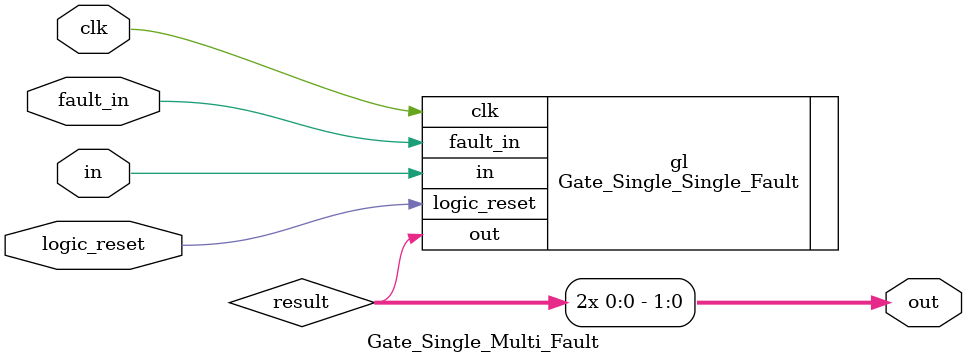
<source format=v>
module Gate_Single_Multi_Fault #(
    parameter OUTPUT_COUNT = 2
)(
    input wire clk,
    input wire logic_reset,       
    input wire in, 
    input wire fault_in, 
    output wire [OUTPUT_COUNT-1:0] out
);

    wire result;

    assign out = {OUTPUT_COUNT{result}};

    Gate_Single_Single_Fault gl (
        .clk(clk),
        .logic_reset(logic_reset),
        .in(in),
        .fault_in(fault_in),
        .out(result)
    );

endmodule
</source>
